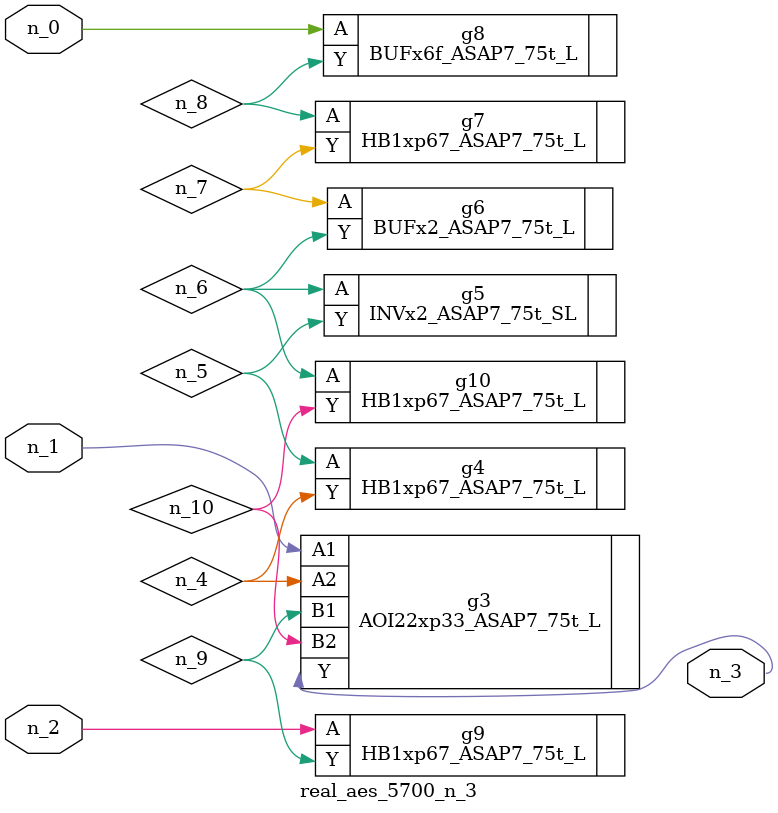
<source format=v>
module real_aes_5700_n_3 (n_0, n_2, n_1, n_3);
input n_0;
input n_2;
input n_1;
output n_3;
wire n_4;
wire n_5;
wire n_7;
wire n_9;
wire n_6;
wire n_8;
wire n_10;
BUFx6f_ASAP7_75t_L g8 ( .A(n_0), .Y(n_8) );
AOI22xp33_ASAP7_75t_L g3 ( .A1(n_1), .A2(n_4), .B1(n_9), .B2(n_10), .Y(n_3) );
HB1xp67_ASAP7_75t_L g9 ( .A(n_2), .Y(n_9) );
HB1xp67_ASAP7_75t_L g4 ( .A(n_5), .Y(n_4) );
INVx2_ASAP7_75t_SL g5 ( .A(n_6), .Y(n_5) );
HB1xp67_ASAP7_75t_L g10 ( .A(n_6), .Y(n_10) );
BUFx2_ASAP7_75t_L g6 ( .A(n_7), .Y(n_6) );
HB1xp67_ASAP7_75t_L g7 ( .A(n_8), .Y(n_7) );
endmodule
</source>
